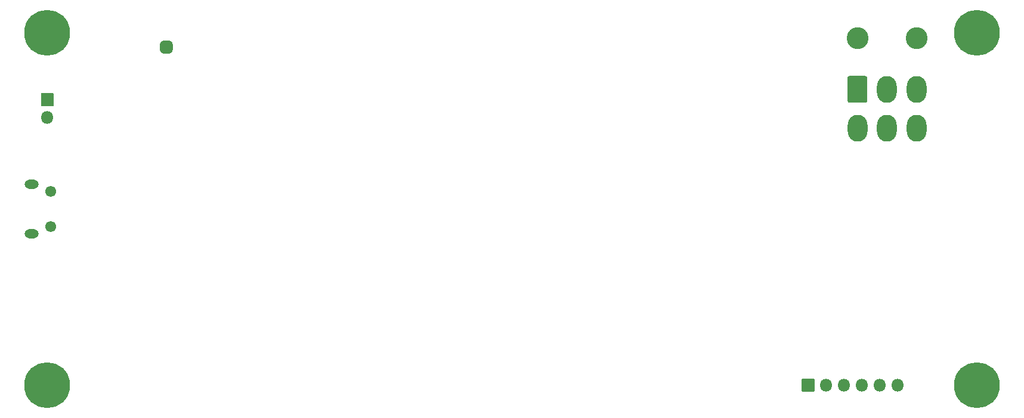
<source format=gbs>
G04 #@! TF.GenerationSoftware,KiCad,Pcbnew,(5.1.9)-1*
G04 #@! TF.CreationDate,2021-06-07T22:02:01-04:00*
G04 #@! TF.ProjectId,icepool-board,69636570-6f6f-46c2-9d62-6f6172642e6b,2020-04*
G04 #@! TF.SameCoordinates,Original*
G04 #@! TF.FileFunction,Soldermask,Bot*
G04 #@! TF.FilePolarity,Negative*
%FSLAX46Y46*%
G04 Gerber Fmt 4.6, Leading zero omitted, Abs format (unit mm)*
G04 Created by KiCad (PCBNEW (5.1.9)-1) date 2021-06-07 22:02:01*
%MOMM*%
%LPD*%
G01*
G04 APERTURE LIST*
%ADD10O,1.801600X1.801600*%
%ADD11C,0.901600*%
%ADD12C,6.501600*%
%ADD13O,2.001600X1.301600*%
%ADD14C,1.551600*%
%ADD15C,3.101600*%
%ADD16O,2.801600X3.801600*%
G04 APERTURE END LIST*
G36*
G01*
X50999200Y-28450400D02*
X50999200Y-27549600D01*
G75*
G02*
X51449600Y-27099200I450400J0D01*
G01*
X52350400Y-27099200D01*
G75*
G02*
X52800800Y-27549600I0J-450400D01*
G01*
X52800800Y-28450400D01*
G75*
G02*
X52350400Y-28900800I-450400J0D01*
G01*
X51449600Y-28900800D01*
G75*
G02*
X50999200Y-28450400I0J450400D01*
G01*
G37*
D10*
X155700000Y-76000000D03*
X153160000Y-76000000D03*
X150620000Y-76000000D03*
X148080000Y-76000000D03*
X145540000Y-76000000D03*
G36*
G01*
X143850000Y-76900800D02*
X142150000Y-76900800D01*
G75*
G02*
X142099200Y-76850000I0J50800D01*
G01*
X142099200Y-75150000D01*
G75*
G02*
X142150000Y-75099200I50800J0D01*
G01*
X143850000Y-75099200D01*
G75*
G02*
X143900800Y-75150000I0J-50800D01*
G01*
X143900800Y-76850000D01*
G75*
G02*
X143850000Y-76900800I-50800J0D01*
G01*
G37*
D11*
X168697056Y-24302944D03*
X167000000Y-23600000D03*
X165302944Y-24302944D03*
X164600000Y-26000000D03*
X165302944Y-27697056D03*
X167000000Y-28400000D03*
X168697056Y-27697056D03*
X169400000Y-26000000D03*
D12*
X167000000Y-26000000D03*
D13*
X32762500Y-54500000D03*
X32762500Y-47500000D03*
D14*
X35462500Y-53500000D03*
X35462500Y-48500000D03*
D15*
X158400000Y-26700000D03*
X150000000Y-26700000D03*
D16*
X158400000Y-39500000D03*
X154200000Y-39500000D03*
X150000000Y-39500000D03*
X158400000Y-34000000D03*
X154200000Y-34000000D03*
G36*
G01*
X148599200Y-35641392D02*
X148599200Y-32358608D01*
G75*
G02*
X148858608Y-32099200I259408J0D01*
G01*
X151141392Y-32099200D01*
G75*
G02*
X151400800Y-32358608I0J-259408D01*
G01*
X151400800Y-35641392D01*
G75*
G02*
X151141392Y-35900800I-259408J0D01*
G01*
X148858608Y-35900800D01*
G75*
G02*
X148599200Y-35641392I0J259408D01*
G01*
G37*
D11*
X36697056Y-24302944D03*
X35000000Y-23600000D03*
X33302944Y-24302944D03*
X32600000Y-26000000D03*
X33302944Y-27697056D03*
X35000000Y-28400000D03*
X36697056Y-27697056D03*
X37400000Y-26000000D03*
D12*
X35000000Y-26000000D03*
D10*
X35000000Y-38000000D03*
G36*
G01*
X34099200Y-36310000D02*
X34099200Y-34610000D01*
G75*
G02*
X34150000Y-34559200I50800J0D01*
G01*
X35850000Y-34559200D01*
G75*
G02*
X35900800Y-34610000I0J-50800D01*
G01*
X35900800Y-36310000D01*
G75*
G02*
X35850000Y-36360800I-50800J0D01*
G01*
X34150000Y-36360800D01*
G75*
G02*
X34099200Y-36310000I0J50800D01*
G01*
G37*
D11*
X168697056Y-74302944D03*
X167000000Y-73600000D03*
X165302944Y-74302944D03*
X164600000Y-76000000D03*
X165302944Y-77697056D03*
X167000000Y-78400000D03*
X168697056Y-77697056D03*
X169400000Y-76000000D03*
D12*
X167000000Y-76000000D03*
D11*
X36697056Y-74302944D03*
X35000000Y-73600000D03*
X33302944Y-74302944D03*
X32600000Y-76000000D03*
X33302944Y-77697056D03*
X35000000Y-78400000D03*
X36697056Y-77697056D03*
X37400000Y-76000000D03*
D12*
X35000000Y-76000000D03*
M02*

</source>
